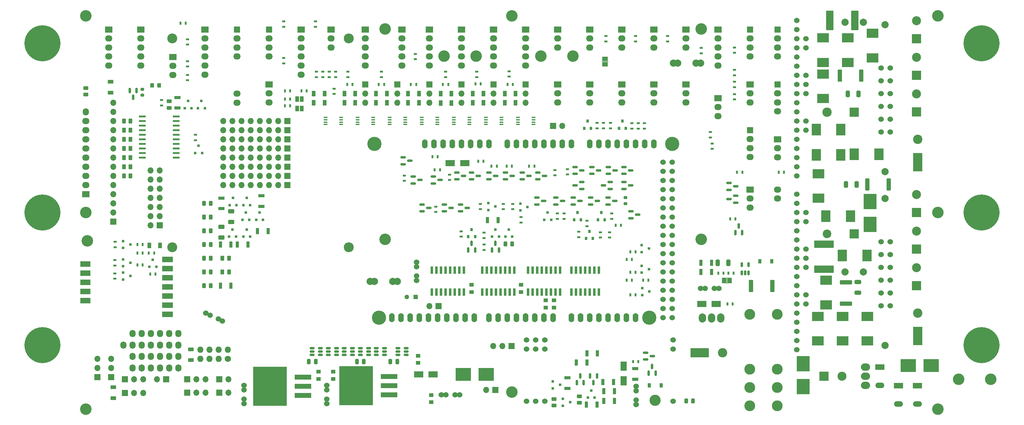
<source format=gbr>
G04 #@! TF.GenerationSoftware,KiCad,Pcbnew,(5.99.0-7935-g797175e0f2)*
G04 #@! TF.CreationDate,2021-01-18T22:07:50+01:00*
G04 #@! TF.ProjectId,ardumower mega shield svn,61726475-6d6f-4776-9572-206d65676120,1.4*
G04 #@! TF.SameCoordinates,PXc1c960PY8a12ae0*
G04 #@! TF.FileFunction,Soldermask,Top*
G04 #@! TF.FilePolarity,Negative*
%FSLAX46Y46*%
G04 Gerber Fmt 4.6, Leading zero omitted, Abs format (unit mm)*
G04 Created by KiCad (PCBNEW (5.99.0-7935-g797175e0f2)) date 2021-01-18 22:07:50*
%MOMM*%
%LPD*%
G01*
G04 APERTURE LIST*
G04 Aperture macros list*
%AMRoundRect*
0 Rectangle with rounded corners*
0 $1 Rounding radius*
0 $2 $3 $4 $5 $6 $7 $8 $9 X,Y pos of 4 corners*
0 Add a 4 corners polygon primitive as box body*
4,1,4,$2,$3,$4,$5,$6,$7,$8,$9,$2,$3,0*
0 Add four circle primitives for the rounded corners*
1,1,$1+$1,$2,$3,0*
1,1,$1+$1,$4,$5,0*
1,1,$1+$1,$6,$7,0*
1,1,$1+$1,$8,$9,0*
0 Add four rect primitives between the rounded corners*
20,1,$1+$1,$2,$3,$4,$5,0*
20,1,$1+$1,$4,$5,$6,$7,0*
20,1,$1+$1,$6,$7,$8,$9,0*
20,1,$1+$1,$8,$9,$2,$3,0*%
G04 Aperture macros list end*
%ADD10R,1.700000X1.700000*%
%ADD11O,1.700000X1.700000*%
%ADD12R,2.499360X1.501140*%
%ADD13O,2.499360X1.501140*%
%ADD14R,1.300000X1.300000*%
%ADD15C,1.300000*%
%ADD16C,1.524000*%
%ADD17C,2.000000*%
%ADD18RoundRect,0.250000X0.325000X0.650000X-0.325000X0.650000X-0.325000X-0.650000X0.325000X-0.650000X0*%
%ADD19RoundRect,0.250000X-0.650000X0.325000X-0.650000X-0.325000X0.650000X-0.325000X0.650000X0.325000X0*%
%ADD20RoundRect,0.250000X-0.325000X-0.650000X0.325000X-0.650000X0.325000X0.650000X-0.325000X0.650000X0*%
%ADD21RoundRect,0.250000X-0.362500X-1.425000X0.362500X-1.425000X0.362500X1.425000X-0.362500X1.425000X0*%
%ADD22RoundRect,0.250000X-1.425000X0.362500X-1.425000X-0.362500X1.425000X-0.362500X1.425000X0.362500X0*%
%ADD23C,3.200000*%
%ADD24C,10.000000*%
%ADD25C,1.501140*%
%ADD26R,0.800100X0.800100*%
%ADD27R,2.500000X2.500000*%
%ADD28C,2.500000*%
%ADD29R,2.600000X2.600000*%
%ADD30C,2.600000*%
%ADD31C,3.100000*%
%ADD32C,2.999740*%
%ADD33R,1.250000X1.000000*%
%ADD34RoundRect,0.243750X-0.243750X-0.456250X0.243750X-0.456250X0.243750X0.456250X-0.243750X0.456250X0*%
%ADD35R,4.191000X3.556000*%
%ADD36R,1.100000X0.400000*%
%ADD37R,1.800000X2.500000*%
%ADD38R,4.600000X1.390000*%
%ADD39R,9.400000X10.800000*%
%ADD40O,2.032000X2.540000*%
%ADD41O,2.540000X2.032000*%
%ADD42R,2.032000X1.720000*%
%ADD43O,2.032000X1.720000*%
%ADD44O,2.032000X1.710000*%
%ADD45R,2.032000X1.727200*%
%ADD46O,2.032000X1.727200*%
%ADD47R,1.720000X1.720000*%
%ADD48O,2.023000X1.720000*%
%ADD49R,2.032000X1.700000*%
%ADD50R,2.032000X1.710000*%
%ADD51R,0.660400X2.032000*%
%ADD52R,2.500000X1.800000*%
%ADD53R,1.000000X1.250000*%
%ADD54R,3.300000X2.500000*%
%ADD55R,2.500000X3.300000*%
%ADD56C,1.998980*%
%ADD57R,1.600200X1.168400*%
%ADD58O,1.727200X2.032000*%
%ADD59R,1.000000X1.600000*%
%ADD60C,2.750000*%
%ADD61R,1.600000X1.000000*%
%ADD62R,3.556000X4.191000*%
%ADD63R,1.950000X0.600000*%
%ADD64R,0.500000X0.900000*%
%ADD65R,0.900000X0.500000*%
%ADD66R,0.800000X0.900000*%
%ADD67R,0.900000X1.700000*%
%ADD68RoundRect,0.250000X0.262500X0.450000X-0.262500X0.450000X-0.262500X-0.450000X0.262500X-0.450000X0*%
%ADD69RoundRect,0.250000X-0.262500X-0.450000X0.262500X-0.450000X0.262500X0.450000X-0.262500X0.450000X0*%
%ADD70RoundRect,0.250000X-0.625000X0.312500X-0.625000X-0.312500X0.625000X-0.312500X0.625000X0.312500X0*%
%ADD71R,1.700000X0.900000*%
%ADD72RoundRect,0.250000X0.450000X-0.262500X0.450000X0.262500X-0.450000X0.262500X-0.450000X-0.262500X0*%
%ADD73R,1.524000X1.524000*%
%ADD74O,1.727200X1.727200*%
%ADD75C,1.727200*%
%ADD76R,0.900000X1.200000*%
%ADD77RoundRect,0.150000X-0.587500X-0.150000X0.587500X-0.150000X0.587500X0.150000X-0.587500X0.150000X0*%
%ADD78RoundRect,0.150000X0.150000X-0.512500X0.150000X0.512500X-0.150000X0.512500X-0.150000X-0.512500X0*%
%ADD79RoundRect,0.150000X0.587500X0.150000X-0.587500X0.150000X-0.587500X-0.150000X0.587500X-0.150000X0*%
%ADD80RoundRect,0.150000X-0.512500X-0.150000X0.512500X-0.150000X0.512500X0.150000X-0.512500X0.150000X0*%
%ADD81RoundRect,0.250000X-0.250000X-0.475000X0.250000X-0.475000X0.250000X0.475000X-0.250000X0.475000X0*%
%ADD82RoundRect,0.150000X0.150000X-0.587500X0.150000X0.587500X-0.150000X0.587500X-0.150000X-0.587500X0*%
%ADD83R,1.000000X1.500000*%
%ADD84RoundRect,0.250000X0.250000X0.475000X-0.250000X0.475000X-0.250000X-0.475000X0.250000X-0.475000X0*%
%ADD85RoundRect,0.150000X-0.150000X0.587500X-0.150000X-0.587500X0.150000X-0.587500X0.150000X0.587500X0*%
%ADD86RoundRect,0.200000X0.275000X-0.200000X0.275000X0.200000X-0.275000X0.200000X-0.275000X-0.200000X0*%
%ADD87R,1.168400X1.600200*%
%ADD88RoundRect,0.250001X0.799999X2.474999X-0.799999X2.474999X-0.799999X-2.474999X0.799999X-2.474999X0*%
%ADD89RoundRect,0.250001X-2.474999X0.799999X-2.474999X-0.799999X2.474999X-0.799999X2.474999X0.799999X0*%
%ADD90RoundRect,0.250000X0.362500X1.425000X-0.362500X1.425000X-0.362500X-1.425000X0.362500X-1.425000X0*%
%ADD91C,2.400000*%
%ADD92C,3.937000*%
%ADD93O,1.524000X2.540000*%
G04 APERTURE END LIST*
G36*
X162585400Y98983800D02*
G01*
X160756600Y98983800D01*
X160756600Y99136200D01*
X162585400Y99136200D01*
X162585400Y98983800D01*
G37*
G36*
X195529200Y37312600D02*
G01*
X195376800Y37312600D01*
X195376800Y39141400D01*
X195529200Y39141400D01*
X195529200Y37312600D01*
G37*
D10*
X40005000Y10795000D03*
D11*
X37465000Y10795000D03*
D12*
X248285000Y9017000D03*
D13*
X248285000Y3937000D03*
D10*
X73660000Y74930000D03*
D11*
X71120000Y74930000D03*
X68580000Y74930000D03*
X66040000Y74930000D03*
X63500000Y74930000D03*
X60960000Y74930000D03*
X58420000Y74930000D03*
X55880000Y74930000D03*
D14*
X109220000Y33655000D03*
D15*
X106720000Y33655000D03*
D12*
X243078000Y9017000D03*
D13*
X243078000Y3937000D03*
D16*
X214884000Y67310000D03*
X214884000Y69850000D03*
X214884000Y72390000D03*
X214884000Y74930000D03*
X214884000Y77470000D03*
X214884000Y80010000D03*
X214884000Y82550000D03*
X214884000Y85090000D03*
X214884000Y87630000D03*
X214884000Y90170000D03*
X214884000Y92710000D03*
X214884000Y95250000D03*
X214884000Y97790000D03*
X214884000Y100330000D03*
X214884000Y102870000D03*
X214884000Y105410000D03*
X214884000Y107950000D03*
X214884000Y110490000D03*
X238252000Y79502000D03*
X240792000Y79502000D03*
X238252000Y83058000D03*
X240792000Y83058000D03*
X240792000Y86614000D03*
X238252000Y86614000D03*
X240792000Y90170000D03*
X238252000Y90170000D03*
X238252000Y93726000D03*
X240792000Y93726000D03*
X240792000Y97282000D03*
X238252000Y97282000D03*
X217424000Y80010000D03*
X217424000Y82550000D03*
X217424000Y90170000D03*
X217424000Y92710000D03*
X217424000Y95250000D03*
X217424000Y102870000D03*
X217424000Y105410000D03*
D17*
X239331500Y109283500D03*
X239331500Y68516500D03*
D16*
X214884000Y19050000D03*
X214884000Y21590000D03*
X214884000Y24130000D03*
X214884000Y26670000D03*
X214884000Y29210000D03*
X214884000Y31750000D03*
X214884000Y34290000D03*
X214884000Y36830000D03*
X214884000Y39370000D03*
X214884000Y41910000D03*
X214884000Y44450000D03*
X214884000Y46990000D03*
X214884000Y49530000D03*
X214884000Y52070000D03*
X214884000Y54610000D03*
X214884000Y57150000D03*
X214884000Y59690000D03*
X214884000Y62230000D03*
X238252000Y31242000D03*
X240792000Y31242000D03*
X240792000Y34798000D03*
X238252000Y34798000D03*
X238252000Y38354000D03*
X240792000Y38354000D03*
X238252000Y41910000D03*
X240792000Y41910000D03*
X240792000Y45466000D03*
X238252000Y45466000D03*
X240792000Y49022000D03*
X238252000Y49022000D03*
X217424000Y31750000D03*
X217424000Y34290000D03*
X217424000Y41910000D03*
X217424000Y44450000D03*
X217424000Y46990000D03*
X217424000Y54610000D03*
X217424000Y57150000D03*
D17*
X239331500Y20256500D03*
X239331500Y61023500D03*
D18*
X231980000Y90043000D03*
X229030000Y90043000D03*
D19*
X231775000Y37797000D03*
X231775000Y34847000D03*
D20*
X228522000Y64897000D03*
X231472000Y64897000D03*
D21*
X226780500Y95123000D03*
X232705500Y95123000D03*
D22*
X228473000Y37760500D03*
X228473000Y31835500D03*
D21*
X234400500Y64897000D03*
X240325500Y64897000D03*
D23*
X17780000Y57150000D03*
X17780000Y2540000D03*
X135890000Y111760000D03*
X135890000Y7239000D03*
X254000000Y111760000D03*
X254000000Y57150000D03*
X254000000Y2540000D03*
D24*
X5715000Y104140000D03*
X5715000Y57150000D03*
X5715000Y20320000D03*
X266065000Y104140000D03*
X266065000Y57150000D03*
X266065000Y20320000D03*
D23*
X259715000Y10795000D03*
X268605000Y10795000D03*
D10*
X73660000Y77470000D03*
D11*
X71120000Y77470000D03*
X68580000Y77470000D03*
X66040000Y77470000D03*
X63500000Y77470000D03*
X60960000Y77470000D03*
X58420000Y77470000D03*
X55880000Y77470000D03*
D10*
X73660000Y80010000D03*
D11*
X71120000Y80010000D03*
X68580000Y80010000D03*
X66040000Y80010000D03*
X63500000Y80010000D03*
X60960000Y80010000D03*
X58420000Y80010000D03*
X55880000Y80010000D03*
D10*
X73660000Y82550000D03*
D11*
X71120000Y82550000D03*
X68580000Y82550000D03*
X66040000Y82550000D03*
X63500000Y82550000D03*
X60960000Y82550000D03*
X58420000Y82550000D03*
X55880000Y82550000D03*
D25*
X170307000Y7620000D03*
D16*
X170307000Y8890000D03*
D25*
X170307000Y5080000D03*
D16*
X170307000Y3810000D03*
D26*
X156911000Y5730240D03*
X158811000Y5730240D03*
X157861000Y7729220D03*
D27*
X248031000Y36830000D03*
D28*
X248031000Y41830000D03*
D27*
X248031000Y46990000D03*
D28*
X248031000Y51990000D03*
D27*
X248031000Y57150000D03*
D28*
X248031000Y62150000D03*
D27*
X248031000Y85090000D03*
D28*
X248031000Y90090000D03*
D27*
X248031000Y95250000D03*
D28*
X248031000Y100250000D03*
D27*
X248031000Y105410000D03*
D28*
X248031000Y110410000D03*
D29*
X248412000Y24130000D03*
X248412000Y21590000D03*
X248412000Y21590000D03*
D30*
X248412000Y29210000D03*
D29*
X189230000Y18161000D03*
X186690000Y18161000D03*
X186690000Y18161000D03*
D30*
X194310000Y18161000D03*
D29*
X248412000Y72390000D03*
X248412000Y69850000D03*
X248412000Y69850000D03*
D30*
X248412000Y77470000D03*
D16*
X142494000Y21717000D03*
X145034000Y21717000D03*
X145034000Y19177000D03*
X139954000Y21717000D03*
X139954000Y19177000D03*
X142494000Y19177000D03*
X145034000Y4699000D03*
X139954000Y4699000D03*
X142494000Y4699000D03*
X180594000Y4699000D03*
X180594000Y21717000D03*
X180594000Y19177000D03*
D31*
X175524000Y4963000D03*
D32*
X201803000Y3429000D03*
X201803000Y13589000D03*
X201803000Y8509000D03*
X209423000Y28829000D03*
X201803000Y28829000D03*
X209423000Y8509000D03*
X209423000Y13589000D03*
X209423000Y3429000D03*
D25*
X189484000Y36068000D03*
D16*
X188214000Y36068000D03*
D25*
X192024000Y36068000D03*
D16*
X193294000Y36068000D03*
D33*
X113538000Y6461000D03*
X113538000Y4461000D03*
X86360000Y10938000D03*
X86360000Y12938000D03*
X82296000Y10938000D03*
X82296000Y12938000D03*
X109855000Y15383000D03*
X109855000Y17383000D03*
D34*
X184228500Y4826000D03*
X186103500Y4826000D03*
D35*
X128778000Y12192000D03*
X122428000Y12192000D03*
D10*
X95250000Y92710000D03*
D11*
X95250000Y90170000D03*
X95250000Y87630000D03*
D10*
X104140000Y92710000D03*
D11*
X104140000Y90170000D03*
X104140000Y87630000D03*
D10*
X113030000Y92710000D03*
D11*
X113030000Y90170000D03*
X113030000Y87630000D03*
D10*
X121920000Y92710000D03*
D11*
X121920000Y90170000D03*
X121920000Y87630000D03*
D10*
X130810000Y92710000D03*
D11*
X130810000Y90170000D03*
X130810000Y87630000D03*
D10*
X139700000Y92710000D03*
D11*
X139700000Y90170000D03*
X139700000Y87630000D03*
D36*
X84210000Y83525000D03*
X84210000Y82875000D03*
X84210000Y82225000D03*
X84210000Y81575000D03*
X88510000Y81575000D03*
X88510000Y82225000D03*
X88510000Y82875000D03*
X88510000Y83525000D03*
X93100000Y83525000D03*
X93100000Y82875000D03*
X93100000Y82225000D03*
X93100000Y81575000D03*
X97400000Y81575000D03*
X97400000Y82225000D03*
X97400000Y82875000D03*
X97400000Y83525000D03*
X101990000Y83525000D03*
X101990000Y82875000D03*
X101990000Y82225000D03*
X101990000Y81575000D03*
X106290000Y81575000D03*
X106290000Y82225000D03*
X106290000Y82875000D03*
X106290000Y83525000D03*
X110880000Y83525000D03*
X110880000Y82875000D03*
X110880000Y82225000D03*
X110880000Y81575000D03*
X115180000Y81575000D03*
X115180000Y82225000D03*
X115180000Y82875000D03*
X115180000Y83525000D03*
X119770000Y83525000D03*
X119770000Y82875000D03*
X119770000Y82225000D03*
X119770000Y81575000D03*
X124070000Y81575000D03*
X124070000Y82225000D03*
X124070000Y82875000D03*
X124070000Y83525000D03*
X128660000Y83525000D03*
X128660000Y82875000D03*
X128660000Y82225000D03*
X128660000Y81575000D03*
X132960000Y81575000D03*
X132960000Y82225000D03*
X132960000Y82875000D03*
X132960000Y83525000D03*
X137550000Y83525000D03*
X137550000Y82875000D03*
X137550000Y82225000D03*
X137550000Y81575000D03*
X141850000Y81575000D03*
X141850000Y82225000D03*
X141850000Y82875000D03*
X141850000Y83525000D03*
D26*
X171973240Y36129000D03*
X171973240Y34229000D03*
X173972220Y35179000D03*
X171846240Y42352000D03*
X171846240Y40452000D03*
X173845220Y41402000D03*
X171846240Y48067000D03*
X171846240Y46167000D03*
X173845220Y47117000D03*
X35372000Y42052240D03*
X37272000Y42052240D03*
X36322000Y44051220D03*
X28082240Y49210000D03*
X28082240Y47310000D03*
X30081220Y48260000D03*
X28082240Y44130000D03*
X28082240Y42230000D03*
X30081220Y43180000D03*
X28082240Y40447000D03*
X28082240Y38547000D03*
X30081220Y39497000D03*
D37*
X166878000Y14446000D03*
X166878000Y10446000D03*
D10*
X28575000Y10795000D03*
D11*
X31115000Y10795000D03*
X33655000Y10795000D03*
D38*
X101854000Y6477000D03*
X101854000Y9017000D03*
X101854000Y11557000D03*
D39*
X92704000Y9017000D03*
D38*
X77978000Y6350000D03*
X77978000Y8890000D03*
X77978000Y11430000D03*
D39*
X68828000Y8890000D03*
D40*
X188722000Y27813000D03*
X191262000Y27813000D03*
X193802000Y27813000D03*
D41*
X233934000Y9144000D03*
X233934000Y11684000D03*
X233934000Y14224000D03*
D34*
X50497500Y40640000D03*
X52372500Y40640000D03*
X50497500Y36830000D03*
X52372500Y36830000D03*
X50497500Y48260000D03*
X52372500Y48260000D03*
X50497500Y59690000D03*
X52372500Y59690000D03*
X50497500Y44450000D03*
X52372500Y44450000D03*
X50497500Y55880000D03*
X52372500Y55880000D03*
X50497500Y52070000D03*
X52372500Y52070000D03*
D10*
X73660000Y69850000D03*
D11*
X71120000Y69850000D03*
X68580000Y69850000D03*
X66040000Y69850000D03*
X63500000Y69850000D03*
X60960000Y69850000D03*
X58420000Y69850000D03*
X55880000Y69850000D03*
D10*
X73660000Y67310000D03*
D11*
X71120000Y67310000D03*
X68580000Y67310000D03*
X66040000Y67310000D03*
X63500000Y67310000D03*
X60960000Y67310000D03*
X58420000Y67310000D03*
X55880000Y67310000D03*
D10*
X73660000Y64770000D03*
D11*
X71120000Y64770000D03*
X68580000Y64770000D03*
X66040000Y64770000D03*
X63500000Y64770000D03*
X60960000Y64770000D03*
X58420000Y64770000D03*
X55880000Y64770000D03*
D26*
X147208240Y10221000D03*
X147208240Y8321000D03*
X149207220Y9271000D03*
X150002240Y5395000D03*
X150002240Y3495000D03*
X152001220Y4445000D03*
X48072000Y73675240D03*
X49972000Y73675240D03*
X49022000Y75674220D03*
D42*
X209550000Y77470000D03*
D43*
X209550000Y74970000D03*
X209550000Y72470000D03*
D42*
X201930000Y63500000D03*
D44*
X201930000Y61000000D03*
X201930000Y58500000D03*
X209550000Y63500000D03*
X209550000Y61000000D03*
X59690000Y87630000D03*
X59690000Y90130000D03*
D45*
X68580000Y92710000D03*
D46*
X68580000Y90210000D03*
X68580000Y87710000D03*
D42*
X193040000Y107950000D03*
D43*
X193040000Y105450000D03*
X193040000Y102950000D03*
X193040000Y100450000D03*
X193040000Y97950000D03*
D47*
X209550000Y107950000D03*
D43*
X209550000Y105450000D03*
D48*
X209550000Y102950000D03*
D43*
X209550000Y100450000D03*
D47*
X201930000Y107950000D03*
D43*
X201930000Y105450000D03*
D48*
X201930000Y102950000D03*
D43*
X201930000Y100450000D03*
D42*
X95250000Y107950000D03*
D43*
X95250000Y105450000D03*
X95250000Y102950000D03*
X95250000Y100450000D03*
X95250000Y97950000D03*
D42*
X105410000Y107950000D03*
D43*
X105410000Y105450000D03*
X105410000Y102950000D03*
X105410000Y100450000D03*
X105410000Y97950000D03*
D42*
X113030000Y107950000D03*
D43*
X113030000Y105450000D03*
X113030000Y102950000D03*
X113030000Y100450000D03*
X113030000Y97950000D03*
D42*
X121920000Y107950000D03*
D43*
X121920000Y105450000D03*
X121920000Y102950000D03*
X121920000Y100450000D03*
X121920000Y97950000D03*
D49*
X130810000Y107950000D03*
D43*
X130810000Y105450000D03*
X130810000Y102950000D03*
X130810000Y100450000D03*
X130810000Y97950000D03*
D42*
X139700000Y107950000D03*
D43*
X139700000Y105450000D03*
X139700000Y102950000D03*
X139700000Y100450000D03*
X139700000Y97950000D03*
D47*
X201930000Y80010000D03*
D43*
X201930000Y77510000D03*
D48*
X201930000Y75010000D03*
D43*
X201930000Y72510000D03*
D47*
X209550000Y92710000D03*
D43*
X209550000Y90210000D03*
D48*
X209550000Y87710000D03*
D43*
X209550000Y85210000D03*
D42*
X41910000Y100330000D03*
D43*
X41910000Y97830000D03*
X41910000Y95330000D03*
D42*
X85725000Y107950000D03*
D43*
X85725000Y105450000D03*
X85725000Y102950000D03*
D42*
X166370000Y107950000D03*
D43*
X166370000Y105450000D03*
X166370000Y102950000D03*
D42*
X148590000Y92710000D03*
D43*
X148590000Y90210000D03*
X148590000Y87710000D03*
D42*
X157480000Y92710000D03*
D43*
X157480000Y90210000D03*
X157480000Y87710000D03*
D42*
X157480000Y107950000D03*
D43*
X157480000Y105450000D03*
X157480000Y102950000D03*
D42*
X166370000Y92710000D03*
D43*
X166370000Y90210000D03*
X166370000Y87710000D03*
D42*
X148590000Y107950000D03*
D43*
X148590000Y105450000D03*
X148590000Y102950000D03*
D50*
X50800000Y107950000D03*
D44*
X50800000Y105450000D03*
X50800000Y102950000D03*
X50800000Y100450000D03*
X50800000Y97950000D03*
X50800000Y95450000D03*
D50*
X77470000Y107950000D03*
D44*
X77470000Y105450000D03*
X77470000Y102950000D03*
X77470000Y100450000D03*
X77470000Y97950000D03*
X77470000Y95450000D03*
D50*
X201930000Y92710000D03*
D44*
X201930000Y90210000D03*
X201930000Y87710000D03*
D50*
X193040000Y88900000D03*
D44*
X193040000Y86400000D03*
X193040000Y83900000D03*
D23*
X17780000Y111760000D03*
D51*
X152400000Y35026600D03*
X153670000Y35026600D03*
X154940000Y35026600D03*
X156210000Y35026600D03*
X157480000Y35026600D03*
X158750000Y35026600D03*
X160020000Y35026600D03*
X160020000Y41173400D03*
X158750000Y41173400D03*
X157480000Y41173400D03*
X156210000Y41173400D03*
X154940000Y41173400D03*
X153670000Y41173400D03*
X152400000Y41173400D03*
X149225000Y41173400D03*
X147955000Y41173400D03*
X146685000Y41173400D03*
X145415000Y41173400D03*
X144145000Y41173400D03*
X142875000Y41173400D03*
X141605000Y41173400D03*
X140335000Y41173400D03*
X140335000Y35026600D03*
X141605000Y35026600D03*
X142875000Y35026600D03*
X144145000Y35026600D03*
X145415000Y35026600D03*
X146685000Y35026600D03*
X147955000Y35026600D03*
X149225000Y35026600D03*
X122555000Y41173400D03*
X121285000Y41173400D03*
X120015000Y41173400D03*
X118745000Y41173400D03*
X117475000Y41173400D03*
X116205000Y41173400D03*
X114935000Y41173400D03*
X113665000Y41173400D03*
X113665000Y35026600D03*
X114935000Y35026600D03*
X116205000Y35026600D03*
X117475000Y35026600D03*
X118745000Y35026600D03*
X120015000Y35026600D03*
X121285000Y35026600D03*
X122555000Y35026600D03*
X136525000Y41173400D03*
X135255000Y41173400D03*
X133985000Y41173400D03*
X132715000Y41173400D03*
X131445000Y41173400D03*
X130175000Y41173400D03*
X128905000Y41173400D03*
X127635000Y41173400D03*
X127635000Y35026600D03*
X128905000Y35026600D03*
X130175000Y35026600D03*
X131445000Y35026600D03*
X132715000Y35026600D03*
X133985000Y35026600D03*
X135255000Y35026600D03*
X136525000Y35026600D03*
D50*
X184150000Y107950000D03*
D44*
X184150000Y105450000D03*
X184150000Y102950000D03*
D50*
X175260000Y107950000D03*
D44*
X175260000Y105450000D03*
X175260000Y102950000D03*
D50*
X184150000Y92710000D03*
D44*
X184150000Y90210000D03*
X184150000Y87710000D03*
D50*
X175260000Y92710000D03*
D44*
X175260000Y90210000D03*
X175260000Y87710000D03*
D33*
X147574000Y32750000D03*
X147574000Y30750000D03*
X124714000Y35068000D03*
X124714000Y37068000D03*
X138430000Y35068000D03*
X138430000Y37068000D03*
X145288000Y32750000D03*
X145288000Y30750000D03*
D52*
X192500000Y31750000D03*
X188500000Y31750000D03*
D53*
X36084000Y92456000D03*
X38084000Y92456000D03*
D26*
X61407000Y50434240D03*
X63307000Y50434240D03*
X62357000Y52433220D03*
X57470000Y50434240D03*
X59370000Y50434240D03*
X58420000Y52433220D03*
X64963000Y55133240D03*
X66863000Y55133240D03*
X65913000Y57132220D03*
X61153000Y55133240D03*
X63053000Y55133240D03*
X62103000Y57132220D03*
X61407000Y59197240D03*
X63307000Y59197240D03*
X62357000Y61196220D03*
X57597000Y59197240D03*
X59497000Y59197240D03*
X58547000Y61196220D03*
X130368000Y50434240D03*
X132268000Y50434240D03*
X131318000Y52433220D03*
X134051000Y50434240D03*
X135951000Y50434240D03*
X135001000Y52433220D03*
X45151000Y86121240D03*
X47051000Y86121240D03*
X46101000Y88120220D03*
X48834000Y86121240D03*
X50734000Y86121240D03*
X49784000Y88120220D03*
D54*
X235839000Y106905000D03*
X235839000Y100105000D03*
D55*
X227047000Y80137000D03*
X220247000Y80137000D03*
D54*
X228981000Y105635000D03*
X228981000Y98835000D03*
X222123000Y105635000D03*
X222123000Y98835000D03*
X223012000Y38325000D03*
X223012000Y31525000D03*
X220726000Y28292000D03*
X220726000Y21492000D03*
X234442000Y21492000D03*
X234442000Y28292000D03*
X227584000Y28292000D03*
X227584000Y21492000D03*
D55*
X222914000Y56134000D03*
X229714000Y56134000D03*
D54*
X220853000Y61116000D03*
X220853000Y67916000D03*
D55*
X220247000Y73152000D03*
X227047000Y73152000D03*
X230788000Y73279000D03*
X237588000Y73279000D03*
X234286000Y45212000D03*
X227486000Y45212000D03*
D54*
X222123000Y88802000D03*
X222123000Y95602000D03*
D56*
X233299000Y40609520D03*
X228219000Y40609520D03*
X233299000Y109951520D03*
X228219000Y109951520D03*
D10*
X54737000Y7112000D03*
D11*
X57277000Y7112000D03*
D10*
X45847000Y10795000D03*
D11*
X48387000Y10795000D03*
X50927000Y10795000D03*
D10*
X24765000Y11430000D03*
D11*
X24765000Y13970000D03*
X24765000Y16510000D03*
D42*
X33020000Y107950000D03*
D43*
X33020000Y105450000D03*
X33020000Y102950000D03*
X33020000Y100450000D03*
X33020000Y97950000D03*
D27*
X222377000Y11684000D03*
D28*
X227377000Y11684000D03*
D42*
X24130000Y107950000D03*
D43*
X24130000Y105450000D03*
X24130000Y102950000D03*
X24130000Y100450000D03*
X24130000Y97950000D03*
D26*
X138191240Y59624000D03*
X138191240Y57724000D03*
X140190220Y58674000D03*
X144846000Y55133240D03*
X146746000Y55133240D03*
X145796000Y57132220D03*
X129301240Y59751000D03*
X129301240Y57851000D03*
X131300220Y58801000D03*
D10*
X54737000Y10795000D03*
D11*
X57277000Y10795000D03*
D10*
X131318000Y7874000D03*
D11*
X128778000Y7874000D03*
D57*
X161671000Y99822000D03*
X161671000Y98298000D03*
D10*
X135763000Y20066000D03*
D11*
X133223000Y20066000D03*
X130683000Y20066000D03*
D45*
X17780000Y62230000D03*
D46*
X17780000Y64770000D03*
X17780000Y67310000D03*
X17780000Y69850000D03*
X17780000Y72390000D03*
X17780000Y74930000D03*
X17780000Y77470000D03*
X17780000Y80010000D03*
X17780000Y82550000D03*
D58*
X17780000Y85090000D03*
D59*
X101195000Y90170000D03*
X98195000Y90170000D03*
X92432000Y87630000D03*
X89432000Y87630000D03*
X101195000Y87630000D03*
X98195000Y87630000D03*
X110085000Y87630000D03*
X107085000Y87630000D03*
X83923000Y87630000D03*
X80923000Y87630000D03*
X119102000Y87503000D03*
X116102000Y87503000D03*
X127992000Y87630000D03*
X124992000Y87630000D03*
X136882000Y87630000D03*
X133882000Y87630000D03*
X110085000Y90170000D03*
X107085000Y90170000D03*
X119102000Y90170000D03*
X116102000Y90170000D03*
X127992000Y90170000D03*
X124992000Y90170000D03*
X136882000Y90170000D03*
X133882000Y90170000D03*
X92432000Y90170000D03*
X89432000Y90170000D03*
X83923000Y90170000D03*
X80923000Y90170000D03*
D60*
X41667000Y47454000D03*
X90667000Y47454000D03*
X90667000Y105454000D03*
X41667000Y105454000D03*
D23*
X125984000Y100584000D03*
X143891000Y100584000D03*
D59*
X35330000Y48006000D03*
X38330000Y48006000D03*
D61*
X25400000Y8612000D03*
X25400000Y5612000D03*
X46863000Y16153000D03*
X46863000Y19153000D03*
X24638000Y93448000D03*
X24638000Y90448000D03*
D23*
X152781000Y100584000D03*
X117094000Y100584000D03*
D62*
X235204000Y53848000D03*
X235204000Y60198000D03*
D47*
X59690000Y107950000D03*
D43*
X59690000Y105450000D03*
D48*
X59690000Y102950000D03*
D43*
X59690000Y100450000D03*
D63*
X42800000Y72390000D03*
X42800000Y73660000D03*
X42800000Y74930000D03*
X42800000Y76200000D03*
X42800000Y77470000D03*
X42800000Y78740000D03*
X42800000Y80010000D03*
X42800000Y81280000D03*
X42800000Y82550000D03*
X42800000Y83820000D03*
X33400000Y83820000D03*
X33400000Y82550000D03*
X33400000Y81280000D03*
X33400000Y80010000D03*
X33400000Y78740000D03*
X33400000Y77470000D03*
X33400000Y76200000D03*
X33400000Y74930000D03*
X33400000Y73660000D03*
X33400000Y72390000D03*
D47*
X68580000Y107950000D03*
D43*
X68580000Y105450000D03*
D48*
X68580000Y102950000D03*
D43*
X68580000Y100450000D03*
D64*
X135878000Y69977000D03*
X134378000Y69977000D03*
D65*
X86614000Y91555000D03*
X86614000Y90055000D03*
D64*
X114439000Y68961000D03*
X115939000Y68961000D03*
D65*
X72644000Y98564000D03*
X72644000Y100064000D03*
X170878500Y81966500D03*
X170878500Y80466500D03*
X197612000Y102985000D03*
X197612000Y101485000D03*
X114808000Y57289000D03*
X114808000Y58789000D03*
X106045000Y65925000D03*
X106045000Y67425000D03*
D64*
X115304000Y72644000D03*
X113804000Y72644000D03*
X199759000Y68326000D03*
X198259000Y68326000D03*
X197854000Y55372000D03*
X196354000Y55372000D03*
D65*
X197612000Y96762000D03*
X197612000Y95262000D03*
X191389000Y76315000D03*
X191389000Y74815000D03*
X188341000Y102858000D03*
X188341000Y101358000D03*
X190881000Y79490000D03*
X190881000Y77990000D03*
D64*
X72910000Y90932000D03*
X74410000Y90932000D03*
D65*
X161226500Y82030000D03*
X161226500Y80530000D03*
X45974000Y95365000D03*
X45974000Y93865000D03*
D64*
X45454000Y109728000D03*
X43954000Y109728000D03*
X131687000Y69977000D03*
X130187000Y69977000D03*
X128004000Y71374000D03*
X126504000Y71374000D03*
X142101000Y69977000D03*
X140601000Y69977000D03*
D65*
X147828000Y68949000D03*
X147828000Y67449000D03*
X72644000Y108724000D03*
X72644000Y110224000D03*
D64*
X78982000Y90932000D03*
X77482000Y90932000D03*
D65*
X38735000Y88380000D03*
X38735000Y86880000D03*
X118618000Y66179000D03*
X118618000Y67679000D03*
X81407000Y108724000D03*
X81407000Y110224000D03*
X127127000Y59551000D03*
X127127000Y58051000D03*
X133477000Y59551000D03*
X133477000Y58051000D03*
X136144000Y59551000D03*
X136144000Y58051000D03*
X138430000Y55868000D03*
X138430000Y54368000D03*
X148463000Y56884000D03*
X148463000Y55384000D03*
X150368000Y56884000D03*
X150368000Y55384000D03*
D64*
X168668000Y34290000D03*
X170168000Y34290000D03*
X172224000Y38354000D03*
X173724000Y38354000D03*
X168668000Y40513000D03*
X170168000Y40513000D03*
D65*
X117475000Y96254000D03*
X117475000Y94754000D03*
D64*
X167652000Y38354000D03*
X169152000Y38354000D03*
X168668000Y46228000D03*
X170168000Y46228000D03*
X167652000Y44069000D03*
X169152000Y44069000D03*
X195592000Y31750000D03*
X197092000Y31750000D03*
D65*
X151257000Y69203000D03*
X151257000Y67703000D03*
D64*
X209816000Y68326000D03*
X211316000Y68326000D03*
X35572000Y40005000D03*
X37072000Y40005000D03*
X32016000Y42545000D03*
X33516000Y42545000D03*
D65*
X25908000Y49010000D03*
X25908000Y47510000D03*
X25781000Y43930000D03*
X25781000Y42430000D03*
X25781000Y40247000D03*
X25781000Y38747000D03*
D64*
X33516000Y48260000D03*
X32016000Y48260000D03*
X33516000Y45847000D03*
X32016000Y45847000D03*
X35191000Y45847000D03*
X36691000Y45847000D03*
D65*
X48133000Y78728000D03*
X48133000Y77228000D03*
D64*
X72910000Y86741000D03*
X74410000Y86741000D03*
X72910000Y88646000D03*
X74410000Y88646000D03*
D66*
X159705000Y55134000D03*
X161605000Y55134000D03*
X160655000Y57134000D03*
D65*
X163576000Y56884000D03*
X163576000Y55384000D03*
D64*
X166104000Y53594000D03*
X164604000Y53594000D03*
D66*
X153101000Y55134000D03*
X155001000Y55134000D03*
X154051000Y57134000D03*
D65*
X156718000Y53352000D03*
X156718000Y54852000D03*
X154432000Y50304000D03*
X154432000Y51804000D03*
D66*
X156403000Y49927000D03*
X158303000Y49927000D03*
X157353000Y51927000D03*
D65*
X160401000Y51677000D03*
X160401000Y50177000D03*
X162941000Y50177000D03*
X162941000Y51677000D03*
D64*
X100445000Y92710000D03*
X98945000Y92710000D03*
D65*
X99695000Y96254000D03*
X99695000Y94754000D03*
X109093000Y99707000D03*
X109093000Y101207000D03*
D64*
X109335000Y92710000D03*
X107835000Y92710000D03*
D65*
X126111000Y96254000D03*
X126111000Y94754000D03*
D64*
X118225000Y92710000D03*
X116725000Y92710000D03*
X127242000Y92837000D03*
X125742000Y92837000D03*
D65*
X135128000Y96381000D03*
X135128000Y94881000D03*
D64*
X136132000Y92710000D03*
X134632000Y92710000D03*
D65*
X179070000Y104660000D03*
X179070000Y106160000D03*
X170180000Y104660000D03*
X170180000Y106160000D03*
X161925000Y106160000D03*
X161925000Y104660000D03*
D64*
X91682000Y92710000D03*
X90182000Y92710000D03*
D65*
X90424000Y96254000D03*
X90424000Y94754000D03*
D67*
X164264000Y4826000D03*
X161364000Y4826000D03*
X161364000Y7493000D03*
X164264000Y7493000D03*
X191188000Y43180000D03*
X188288000Y43180000D03*
X188288000Y40640000D03*
X191188000Y40640000D03*
D10*
X73660000Y72390000D03*
D11*
X71120000Y72390000D03*
X68580000Y72390000D03*
X66040000Y72390000D03*
X63500000Y72390000D03*
X60960000Y72390000D03*
X58420000Y72390000D03*
X55880000Y72390000D03*
D68*
X30122500Y74930000D03*
X28297500Y74930000D03*
X30122500Y72390000D03*
X28297500Y72390000D03*
X30122500Y80010000D03*
X28297500Y80010000D03*
X30122500Y69850000D03*
X28297500Y69850000D03*
X30122500Y67310000D03*
X28297500Y67310000D03*
X30122500Y77470000D03*
X28297500Y77470000D03*
X30122500Y82550000D03*
X28297500Y82550000D03*
X57427500Y44450000D03*
X55602500Y44450000D03*
D69*
X134088500Y48387000D03*
X135913500Y48387000D03*
D70*
X55372000Y53151500D03*
X55372000Y50226500D03*
D67*
X57965000Y48260000D03*
X55065000Y48260000D03*
X59764000Y48260000D03*
X62664000Y48260000D03*
D70*
X58039000Y57469500D03*
X58039000Y54544500D03*
D67*
X129106000Y54991000D03*
X132006000Y54991000D03*
X65352000Y51943000D03*
X68252000Y51943000D03*
D71*
X55372000Y61140000D03*
X55372000Y58240000D03*
D68*
X57427500Y40640000D03*
X55602500Y40640000D03*
D67*
X57965000Y36830000D03*
X55065000Y36830000D03*
D72*
X40830500Y86209500D03*
X40830500Y88034500D03*
D71*
X66421000Y61775000D03*
X66421000Y58875000D03*
X43180000Y89080000D03*
X43180000Y86180000D03*
X151257000Y11229000D03*
X151257000Y8329000D03*
D72*
X147574000Y3532500D03*
X147574000Y5357500D03*
D10*
X28575000Y6985000D03*
D11*
X31115000Y6985000D03*
X33655000Y6985000D03*
D10*
X45847000Y7112000D03*
D11*
X48387000Y7112000D03*
X50927000Y7112000D03*
D10*
X20955000Y11430000D03*
D11*
X20955000Y13970000D03*
X20955000Y16510000D03*
D67*
X161110000Y10033000D03*
X164010000Y10033000D03*
X156665000Y18034000D03*
X159565000Y18034000D03*
X153744000Y15494000D03*
X156644000Y15494000D03*
X156538000Y3810000D03*
X159438000Y3810000D03*
D72*
X154559000Y4294500D03*
X154559000Y6119500D03*
D71*
X170053000Y13769000D03*
X170053000Y10869000D03*
D73*
X39648000Y44069000D03*
X41148000Y44069000D03*
X39648000Y41529000D03*
X41148000Y41529000D03*
X41148000Y38989000D03*
X39648000Y38989000D03*
X41148000Y36449000D03*
X39648000Y36449000D03*
X39648000Y33909000D03*
X41148000Y33909000D03*
X39648000Y31369000D03*
X41148000Y31369000D03*
X41148000Y28829000D03*
X39648000Y28829000D03*
X17018000Y42799000D03*
X18288000Y42799000D03*
X17018000Y40259000D03*
X18288000Y40259000D03*
X18288000Y37719000D03*
X17018000Y37719000D03*
X17018000Y35179000D03*
X18288000Y35179000D03*
X17018000Y32639000D03*
X18288000Y32639000D03*
D23*
X18148000Y49259000D03*
D74*
X52070000Y16510000D03*
X49530000Y19050000D03*
X54610000Y19050000D03*
X52070000Y19050000D03*
X57150000Y19050000D03*
X54610000Y16510000D03*
X49530000Y16510000D03*
D75*
X57150000Y16510000D03*
D66*
X165547000Y80534000D03*
X167447000Y80534000D03*
X166497000Y82534000D03*
D65*
X169164000Y80466500D03*
X169164000Y81966500D03*
X172593000Y80466500D03*
X172593000Y81966500D03*
D66*
X155895000Y80534000D03*
X157795000Y80534000D03*
X156845000Y82534000D03*
D65*
X159512000Y80530000D03*
X159512000Y82030000D03*
X163195000Y80530000D03*
X163195000Y82030000D03*
X86995000Y96254000D03*
X86995000Y94754000D03*
X85217000Y96254000D03*
X85217000Y94754000D03*
X83439000Y96254000D03*
X83439000Y94754000D03*
X81661000Y96254000D03*
X81661000Y94754000D03*
D62*
X216662000Y15113000D03*
X216662000Y8763000D03*
D35*
X252095000Y14605000D03*
X245745000Y14605000D03*
D65*
X45974000Y97675000D03*
X45974000Y99175000D03*
X45974000Y105271000D03*
X45974000Y103771000D03*
D12*
X237871000Y14224000D03*
D13*
X237871000Y9144000D03*
D10*
X25400000Y54610000D03*
D11*
X25400000Y57150000D03*
X25400000Y59690000D03*
X25400000Y62230000D03*
X25400000Y64770000D03*
X25400000Y67310000D03*
X25400000Y69850000D03*
X25400000Y72390000D03*
X25400000Y74930000D03*
X25400000Y77470000D03*
X25400000Y80010000D03*
X25400000Y82550000D03*
X25400000Y85090000D03*
X25400000Y87630000D03*
D10*
X38227000Y53594000D03*
D11*
X35687000Y53594000D03*
X38227000Y56134000D03*
X35687000Y56134000D03*
X38227000Y58674000D03*
X35687000Y58674000D03*
X38227000Y61214000D03*
X35687000Y61214000D03*
X38227000Y63754000D03*
X35687000Y63754000D03*
X38227000Y66294000D03*
X35687000Y66294000D03*
X38227000Y68834000D03*
X35687000Y68834000D03*
D65*
X197612000Y93460000D03*
X197612000Y91960000D03*
X197612000Y88531000D03*
X197612000Y90031000D03*
D52*
X110014000Y12192000D03*
X114014000Y12192000D03*
X122777000Y70866000D03*
X118777000Y70866000D03*
D64*
X170930000Y15748000D03*
X169430000Y15748000D03*
D72*
X17780000Y89892500D03*
X17780000Y91717500D03*
D16*
X116332000Y6477000D03*
D25*
X117602000Y6477000D03*
X120142000Y6477000D03*
D16*
X121412000Y6477000D03*
D25*
X84582000Y7874000D03*
D16*
X84582000Y9144000D03*
X84582000Y4064000D03*
D25*
X84582000Y5334000D03*
D16*
X61595000Y9144000D03*
D25*
X61595000Y7874000D03*
D16*
X61595000Y4064000D03*
D25*
X61595000Y5334000D03*
D66*
X123764000Y50435000D03*
X125664000Y50435000D03*
X124714000Y52435000D03*
D65*
X128143000Y51550000D03*
X128143000Y50050000D03*
X128143000Y48248000D03*
X128143000Y46748000D03*
D76*
X207898000Y43561000D03*
X204598000Y43561000D03*
D10*
X147320000Y81153000D03*
D11*
X149860000Y81153000D03*
D65*
X121793000Y50431000D03*
X121793000Y51931000D03*
D77*
X157685500Y61275000D03*
X157685500Y59375000D03*
X159560500Y60325000D03*
X152859500Y61275000D03*
X152859500Y59375000D03*
X154734500Y60325000D03*
D78*
X199583000Y40391500D03*
X200533000Y40391500D03*
X201483000Y40391500D03*
X201483000Y42666500D03*
X199583000Y42666500D03*
D79*
X155242500Y63693000D03*
X155242500Y65593000D03*
X153367500Y64643000D03*
D77*
X114124500Y67117000D03*
X114124500Y65217000D03*
X115999500Y66167000D03*
X172925500Y18222000D03*
X172925500Y16322000D03*
X174800500Y17272000D03*
X121617500Y59370000D03*
X121617500Y57470000D03*
X123492500Y58420000D03*
X110949500Y59370000D03*
X110949500Y57470000D03*
X112824500Y58420000D03*
D79*
X197914500Y59883000D03*
X197914500Y61783000D03*
X196039500Y60833000D03*
D77*
X120601500Y68260000D03*
X120601500Y66360000D03*
X122476500Y67310000D03*
X134063500Y68260000D03*
X134063500Y66360000D03*
X135938500Y67310000D03*
D80*
X84968500Y19492000D03*
X84968500Y18542000D03*
X84968500Y17592000D03*
X87243500Y17592000D03*
X87243500Y18542000D03*
X87243500Y19492000D03*
D77*
X105742500Y72451000D03*
X105742500Y70551000D03*
X107617500Y71501000D03*
D64*
X197346000Y40259000D03*
X195846000Y40259000D03*
D77*
X158066500Y69784000D03*
X158066500Y67884000D03*
X159941500Y68834000D03*
D80*
X104272500Y19492000D03*
X104272500Y18542000D03*
X104272500Y17592000D03*
X106547500Y17592000D03*
X106547500Y18542000D03*
X106547500Y19492000D03*
D77*
X142826500Y61275000D03*
X142826500Y59375000D03*
X144701500Y60325000D03*
X117124000Y59370000D03*
X117124000Y57470000D03*
X118999000Y58420000D03*
D64*
X194552000Y40259000D03*
X193052000Y40259000D03*
D77*
X168861500Y57465000D03*
X168861500Y55565000D03*
X170736500Y56515000D03*
D80*
X98303500Y19492000D03*
X98303500Y18542000D03*
X98303500Y17592000D03*
X100578500Y17592000D03*
X100578500Y18542000D03*
X100578500Y19492000D03*
D81*
X79568000Y15748000D03*
X81468000Y15748000D03*
D77*
X162511500Y61275000D03*
X162511500Y59375000D03*
X164386500Y60325000D03*
X143080500Y68260000D03*
X143080500Y66360000D03*
X144955500Y67310000D03*
X124665500Y68260000D03*
X124665500Y66360000D03*
X126540500Y67310000D03*
D82*
X123764000Y46687500D03*
X125664000Y46687500D03*
X124714000Y48562500D03*
D77*
X153367500Y69784000D03*
X153367500Y67884000D03*
X155242500Y68834000D03*
D83*
X77612000Y88646000D03*
X76312000Y88646000D03*
D84*
X104074000Y15748000D03*
X102174000Y15748000D03*
D77*
X108536500Y67117000D03*
X108536500Y65217000D03*
X110411500Y66167000D03*
X148033500Y61275000D03*
X148033500Y59375000D03*
X149908500Y60325000D03*
D80*
X93858500Y19492000D03*
X93858500Y18542000D03*
X93858500Y17592000D03*
X96133500Y17592000D03*
X96133500Y18542000D03*
X96133500Y19492000D03*
D85*
X31811000Y90980500D03*
X29911000Y90980500D03*
X30861000Y89105500D03*
D81*
X92903000Y15748000D03*
X94803000Y15748000D03*
D86*
X33401000Y89726000D03*
X33401000Y91376000D03*
D82*
X197805000Y51513500D03*
X199705000Y51513500D03*
X198755000Y53388500D03*
D86*
X167386000Y59627000D03*
X167386000Y61277000D03*
D77*
X166956500Y69784000D03*
X166956500Y67884000D03*
X168831500Y68834000D03*
D82*
X130368000Y46687500D03*
X132268000Y46687500D03*
X131318000Y48562500D03*
D25*
X54483000Y27559000D03*
D16*
X55634011Y27022275D03*
D25*
X52180978Y28632450D03*
D16*
X51029967Y29169176D03*
D77*
X129491500Y68260000D03*
X129491500Y66360000D03*
X131366500Y67310000D03*
X162638500Y69784000D03*
X162638500Y67884000D03*
X164513500Y68834000D03*
D85*
X159446000Y11732500D03*
X157546000Y11732500D03*
X158496000Y9857500D03*
D76*
X173991000Y9144000D03*
X177291000Y9144000D03*
D79*
X163116500Y63693000D03*
X163116500Y65593000D03*
X161241500Y64643000D03*
D87*
X196215000Y38227000D03*
X194691000Y38227000D03*
D82*
X153863000Y9857500D03*
X155763000Y9857500D03*
X154813000Y11732500D03*
D80*
X80523500Y19492000D03*
X80523500Y18542000D03*
X80523500Y17592000D03*
X82798500Y17592000D03*
X82798500Y18542000D03*
X82798500Y19492000D03*
D77*
X166956500Y65593000D03*
X166956500Y63693000D03*
X168831500Y64643000D03*
D82*
X173802000Y12524500D03*
X175702000Y12524500D03*
X174752000Y14399500D03*
D77*
X138762500Y68260000D03*
X138762500Y66360000D03*
X140637500Y67310000D03*
X196039500Y65339000D03*
X196039500Y63439000D03*
X197914500Y64389000D03*
D88*
X230932000Y110490000D03*
X223982000Y110490000D03*
D83*
X77612000Y85979000D03*
X76312000Y85979000D03*
D89*
X222377000Y48306000D03*
X222377000Y41356000D03*
D18*
X195912000Y43180000D03*
X192962000Y43180000D03*
D90*
X208067500Y36703000D03*
X202142500Y36703000D03*
D80*
X89413500Y19492000D03*
X89413500Y18542000D03*
X89413500Y17592000D03*
X91688500Y17592000D03*
X91688500Y18542000D03*
X91688500Y19492000D03*
D29*
X230759000Y51181000D03*
D91*
X223259000Y51181000D03*
D29*
X230759000Y84963000D03*
D30*
X223259000Y84963000D03*
D58*
X30708600Y23520400D03*
X30708600Y20345400D03*
X35788600Y17170400D03*
X35788600Y20345400D03*
X33248600Y13995400D03*
X38328600Y23520400D03*
X40868600Y13995400D03*
X30708600Y17170400D03*
X28168600Y20345400D03*
X43408600Y23520400D03*
X43408600Y13995400D03*
X43408600Y20345400D03*
X43408600Y13995400D03*
X43408600Y17170400D03*
X43408600Y13995400D03*
X40868600Y17170400D03*
X33248600Y23520400D03*
X40868600Y20345400D03*
X38328600Y13995400D03*
X35788600Y13995400D03*
X38328600Y17170400D03*
X35788600Y23520400D03*
X38328600Y20345400D03*
X40868600Y23520400D03*
X33248600Y20345400D03*
X30708600Y13995400D03*
X33248600Y17170400D03*
D17*
X188203840Y98602800D03*
X186944000Y98602800D03*
X181864000Y98602800D03*
X180604160Y98602800D03*
D92*
X173990000Y27940000D03*
X97790000Y76200000D03*
X180340000Y76200000D03*
X99060000Y27940000D03*
D93*
X147320000Y27940000D03*
X144780000Y27940000D03*
X142240000Y27940000D03*
X139700000Y27940000D03*
X119380000Y76200000D03*
X137160000Y27940000D03*
X134620000Y27940000D03*
X121920000Y76200000D03*
D16*
X177800000Y27940000D03*
X180340000Y27940000D03*
D93*
X132080000Y27940000D03*
X129540000Y27940000D03*
X125476000Y27940000D03*
X122936000Y27940000D03*
X120396000Y27940000D03*
X117856000Y27940000D03*
X115316000Y27940000D03*
X112776000Y27940000D03*
X152400000Y27940000D03*
X154940000Y27940000D03*
X157480000Y27940000D03*
X160020000Y27940000D03*
X162560000Y27940000D03*
X165100000Y27940000D03*
X167640000Y27940000D03*
X170180000Y27940000D03*
D16*
X177800000Y30480000D03*
X180340000Y30480000D03*
X177800000Y33020000D03*
X180340000Y33020000D03*
X177800000Y35560000D03*
X180340000Y35560000D03*
X177800000Y38100000D03*
X180340000Y38100000D03*
X177800000Y40640000D03*
X180340000Y40640000D03*
X177800000Y43180000D03*
X180340000Y43180000D03*
X177800000Y45720000D03*
X180340000Y45720000D03*
X177800000Y48260000D03*
X180340000Y48260000D03*
X177800000Y50800000D03*
X180340000Y50800000D03*
X177800000Y53340000D03*
X180340000Y53340000D03*
X177800000Y55880000D03*
X180340000Y55880000D03*
X177800000Y58420000D03*
X180340000Y58420000D03*
X177800000Y60960000D03*
X180340000Y60960000D03*
X177800000Y63500000D03*
X180340000Y63500000D03*
X177800000Y66040000D03*
X180340000Y66040000D03*
X177800000Y68580000D03*
X180340000Y68580000D03*
D93*
X134620000Y76200000D03*
X137160000Y76200000D03*
X139700000Y76200000D03*
X142240000Y76200000D03*
X144780000Y76200000D03*
X147320000Y76200000D03*
X149860000Y76200000D03*
X152400000Y76200000D03*
X157480000Y76200000D03*
X160020000Y76200000D03*
X162560000Y76200000D03*
X165100000Y76200000D03*
X167640000Y76200000D03*
X170180000Y76200000D03*
X172720000Y76200000D03*
X175260000Y76200000D03*
X107696000Y27940000D03*
X111760000Y76200000D03*
X124460000Y76200000D03*
X127000000Y76200000D03*
X110236000Y27940000D03*
D16*
X177800000Y71120000D03*
X180340000Y71120000D03*
D93*
X114300000Y76200000D03*
X116840000Y76200000D03*
X102616000Y27940000D03*
X105156000Y27940000D03*
X129540000Y76200000D03*
D23*
X100711000Y49657000D03*
X100711000Y108077000D03*
X188341000Y49657000D03*
X188341000Y108077000D03*
D17*
X104129840Y37973000D03*
X102870000Y37973000D03*
X97790000Y37973000D03*
X96530160Y37973000D03*
D16*
X109474000Y43307000D03*
D25*
X109474000Y42037000D03*
X109474000Y39497000D03*
D16*
X109474000Y38227000D03*
D10*
X115570000Y31115000D03*
D11*
X113030000Y31115000D03*
M02*

</source>
